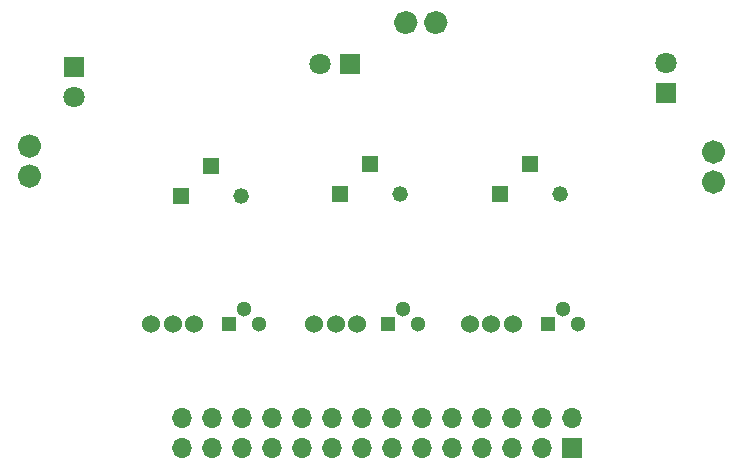
<source format=gbr>
%TF.GenerationSoftware,KiCad,Pcbnew,8.0.0*%
%TF.CreationDate,2024-04-15T10:16:16+02:00*%
%TF.ProjectId,Project 3,50726f6a-6563-4742-9033-2e6b69636164,rev?*%
%TF.SameCoordinates,Original*%
%TF.FileFunction,Soldermask,Bot*%
%TF.FilePolarity,Negative*%
%FSLAX46Y46*%
G04 Gerber Fmt 4.6, Leading zero omitted, Abs format (unit mm)*
G04 Created by KiCad (PCBNEW 8.0.0) date 2024-04-15 10:16:16*
%MOMM*%
%LPD*%
G01*
G04 APERTURE LIST*
%ADD10C,1.000000*%
%ADD11R,1.300000X1.300000*%
%ADD12C,1.300000*%
%ADD13C,1.524800*%
%ADD14R,1.800000X1.800000*%
%ADD15C,1.800000*%
%ADD16C,1.320800*%
%ADD17R,1.320800X1.320800*%
%ADD18R,1.700000X1.700000*%
%ADD19O,1.700000X1.700000*%
G04 APERTURE END LIST*
D10*
%TO.C,D4*%
X104451800Y-46500000D02*
G75*
G02*
X103451800Y-46500000I-500000J0D01*
G01*
X103451800Y-46500000D02*
G75*
G02*
X104451800Y-46500000I500000J0D01*
G01*
X106991800Y-46500000D02*
G75*
G02*
X105991800Y-46500000I-500000J0D01*
G01*
X105991800Y-46500000D02*
G75*
G02*
X106991800Y-46500000I500000J0D01*
G01*
%TO.C,D6*%
X72590900Y-56960000D02*
G75*
G02*
X71590900Y-56960000I-500000J0D01*
G01*
X71590900Y-56960000D02*
G75*
G02*
X72590900Y-56960000I500000J0D01*
G01*
X72590900Y-59500000D02*
G75*
G02*
X71590900Y-59500000I-500000J0D01*
G01*
X71590900Y-59500000D02*
G75*
G02*
X72590900Y-59500000I500000J0D01*
G01*
%TO.C,D2*%
X130500000Y-57460000D02*
G75*
G02*
X129500000Y-57460000I-500000J0D01*
G01*
X129500000Y-57460000D02*
G75*
G02*
X130500000Y-57460000I500000J0D01*
G01*
X130500000Y-60000000D02*
G75*
G02*
X129500000Y-60000000I-500000J0D01*
G01*
X129500000Y-60000000D02*
G75*
G02*
X130500000Y-60000000I500000J0D01*
G01*
%TD*%
D11*
%TO.C,Q5*%
X88960000Y-72000000D03*
D12*
X90240000Y-70730000D03*
X91500000Y-72000000D03*
%TD*%
D11*
%TO.C,Q1*%
X115960000Y-72000000D03*
D12*
X117240000Y-70730000D03*
X118500000Y-72000000D03*
%TD*%
D13*
%TO.C,Q7*%
X111200000Y-72000000D03*
X113000000Y-72000000D03*
X109400000Y-72000000D03*
%TD*%
%TO.C,Q2*%
X98000000Y-72000000D03*
X99800000Y-72000000D03*
X96200000Y-72000000D03*
%TD*%
D14*
%TO.C,D1*%
X126000000Y-52500000D03*
D15*
X126000000Y-49960000D03*
%TD*%
D14*
%TO.C,D5*%
X75825000Y-50250000D03*
D15*
X75825000Y-52790000D03*
%TD*%
D13*
%TO.C,Q4*%
X84200000Y-72000000D03*
X86000000Y-72000000D03*
X82400000Y-72000000D03*
%TD*%
D14*
%TO.C,D3*%
X99250000Y-50000000D03*
D15*
X96710000Y-50000000D03*
%TD*%
D16*
%TO.C,RV2*%
X103500000Y-60987300D03*
D17*
X100960000Y-58447300D03*
X98420000Y-60987300D03*
%TD*%
D16*
%TO.C,RV3*%
X90000000Y-61200000D03*
D17*
X87460000Y-58660000D03*
X84920000Y-61200000D03*
%TD*%
D11*
%TO.C,Q3*%
X102460000Y-72000000D03*
D12*
X103740000Y-70730000D03*
X105000000Y-72000000D03*
%TD*%
D16*
%TO.C,RV1*%
X116968500Y-61000000D03*
D17*
X114428500Y-58460000D03*
X111888500Y-61000000D03*
%TD*%
D18*
%TO.C,J1*%
X118000000Y-82500000D03*
D19*
X118000000Y-79960000D03*
X115460000Y-82500000D03*
X115460000Y-79960000D03*
X112920000Y-82500000D03*
X112920000Y-79960000D03*
X110380000Y-82500000D03*
X110380000Y-79960000D03*
X107840000Y-82500000D03*
X107840000Y-79960000D03*
X105300000Y-82500000D03*
X105300000Y-79960000D03*
X102760000Y-82500000D03*
X102760000Y-79960000D03*
X100220000Y-82500000D03*
X100220000Y-79960000D03*
X97680000Y-82500000D03*
X97680000Y-79960000D03*
X95140000Y-82500000D03*
X95140000Y-79960000D03*
X92600000Y-82500000D03*
X92600000Y-79960000D03*
X90060000Y-82500000D03*
X90060000Y-79960000D03*
X87520000Y-82500000D03*
X87520000Y-79960000D03*
X84980000Y-82500000D03*
X84980000Y-79960000D03*
%TD*%
M02*

</source>
